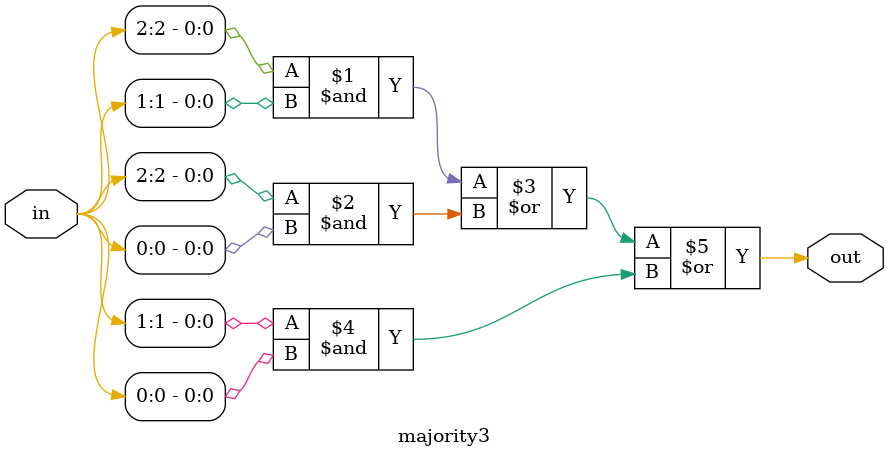
<source format=v>
module majority3(input wire[2:0] in, output wire out);

    assign out = (in[2] & in[1]) |
                 (in[2] & in[0]) |
                 (in[1] & in[0]);

endmodule

</source>
